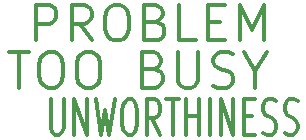
<source format=gbr>
G04 #@! TF.GenerationSoftware,KiCad,Pcbnew,(5.99.0-13010-g08938463f1)*
G04 #@! TF.CreationDate,2022-03-17T12:01:58-05:00*
G04 #@! TF.ProjectId,om,6f6d2e6b-6963-4616-945f-706362585858,v1.0.0*
G04 #@! TF.SameCoordinates,Original*
G04 #@! TF.FileFunction,Paste,Top*
G04 #@! TF.FilePolarity,Positive*
%FSLAX46Y46*%
G04 Gerber Fmt 4.6, Leading zero omitted, Abs format (unit mm)*
G04 Created by KiCad (PCBNEW (5.99.0-13010-g08938463f1)) date 2022-03-17 12:01:58*
%MOMM*%
%LPD*%
G01*
G04 APERTURE LIST*
%ADD10C,0.300000*%
G04 APERTURE END LIST*
D10*
X220357142Y-150357142D02*
X220357142Y-147357142D01*
X221500000Y-147357142D01*
X221785714Y-147500000D01*
X221928571Y-147642857D01*
X222071428Y-147928571D01*
X222071428Y-148357142D01*
X221928571Y-148642857D01*
X221785714Y-148785714D01*
X221500000Y-148928571D01*
X220357142Y-148928571D01*
X225071428Y-150357142D02*
X224071428Y-148928571D01*
X223357142Y-150357142D02*
X223357142Y-147357142D01*
X224500000Y-147357142D01*
X224785714Y-147500000D01*
X224928571Y-147642857D01*
X225071428Y-147928571D01*
X225071428Y-148357142D01*
X224928571Y-148642857D01*
X224785714Y-148785714D01*
X224500000Y-148928571D01*
X223357142Y-148928571D01*
X226928571Y-147357142D02*
X227500000Y-147357142D01*
X227785714Y-147500000D01*
X228071428Y-147785714D01*
X228214285Y-148357142D01*
X228214285Y-149357142D01*
X228071428Y-149928571D01*
X227785714Y-150214285D01*
X227500000Y-150357142D01*
X226928571Y-150357142D01*
X226642857Y-150214285D01*
X226357142Y-149928571D01*
X226214285Y-149357142D01*
X226214285Y-148357142D01*
X226357142Y-147785714D01*
X226642857Y-147500000D01*
X226928571Y-147357142D01*
X230500000Y-148785714D02*
X230928571Y-148928571D01*
X231071428Y-149071428D01*
X231214285Y-149357142D01*
X231214285Y-149785714D01*
X231071428Y-150071428D01*
X230928571Y-150214285D01*
X230642857Y-150357142D01*
X229500000Y-150357142D01*
X229500000Y-147357142D01*
X230500000Y-147357142D01*
X230785714Y-147500000D01*
X230928571Y-147642857D01*
X231071428Y-147928571D01*
X231071428Y-148214285D01*
X230928571Y-148500000D01*
X230785714Y-148642857D01*
X230500000Y-148785714D01*
X229500000Y-148785714D01*
X233928571Y-150357142D02*
X232500000Y-150357142D01*
X232500000Y-147357142D01*
X234928571Y-148785714D02*
X235928571Y-148785714D01*
X236357142Y-150357142D02*
X234928571Y-150357142D01*
X234928571Y-147357142D01*
X236357142Y-147357142D01*
X237642857Y-150357142D02*
X237642857Y-147357142D01*
X238642857Y-149500000D01*
X239642857Y-147357142D01*
X239642857Y-150357142D01*
X218071428Y-151357142D02*
X219785714Y-151357142D01*
X218928571Y-154357142D02*
X218928571Y-151357142D01*
X221357142Y-151357142D02*
X221928571Y-151357142D01*
X222214285Y-151500000D01*
X222500000Y-151785714D01*
X222642857Y-152357142D01*
X222642857Y-153357142D01*
X222500000Y-153928571D01*
X222214285Y-154214285D01*
X221928571Y-154357142D01*
X221357142Y-154357142D01*
X221071428Y-154214285D01*
X220785714Y-153928571D01*
X220642857Y-153357142D01*
X220642857Y-152357142D01*
X220785714Y-151785714D01*
X221071428Y-151500000D01*
X221357142Y-151357142D01*
X224500000Y-151357142D02*
X225071428Y-151357142D01*
X225357142Y-151500000D01*
X225642857Y-151785714D01*
X225785714Y-152357142D01*
X225785714Y-153357142D01*
X225642857Y-153928571D01*
X225357142Y-154214285D01*
X225071428Y-154357142D01*
X224500000Y-154357142D01*
X224214285Y-154214285D01*
X223928571Y-153928571D01*
X223785714Y-153357142D01*
X223785714Y-152357142D01*
X223928571Y-151785714D01*
X224214285Y-151500000D01*
X224500000Y-151357142D01*
X230357142Y-152785714D02*
X230785714Y-152928571D01*
X230928571Y-153071428D01*
X231071428Y-153357142D01*
X231071428Y-153785714D01*
X230928571Y-154071428D01*
X230785714Y-154214285D01*
X230500000Y-154357142D01*
X229357142Y-154357142D01*
X229357142Y-151357142D01*
X230357142Y-151357142D01*
X230642857Y-151500000D01*
X230785714Y-151642857D01*
X230928571Y-151928571D01*
X230928571Y-152214285D01*
X230785714Y-152500000D01*
X230642857Y-152642857D01*
X230357142Y-152785714D01*
X229357142Y-152785714D01*
X232357142Y-151357142D02*
X232357142Y-153785714D01*
X232500000Y-154071428D01*
X232642857Y-154214285D01*
X232928571Y-154357142D01*
X233500000Y-154357142D01*
X233785714Y-154214285D01*
X233928571Y-154071428D01*
X234071428Y-153785714D01*
X234071428Y-151357142D01*
X235357142Y-154214285D02*
X235785714Y-154357142D01*
X236500000Y-154357142D01*
X236785714Y-154214285D01*
X236928571Y-154071428D01*
X237071428Y-153785714D01*
X237071428Y-153500000D01*
X236928571Y-153214285D01*
X236785714Y-153071428D01*
X236500000Y-152928571D01*
X235928571Y-152785714D01*
X235642857Y-152642857D01*
X235500000Y-152500000D01*
X235357142Y-152214285D01*
X235357142Y-151928571D01*
X235500000Y-151642857D01*
X235642857Y-151500000D01*
X235928571Y-151357142D01*
X236642857Y-151357142D01*
X237071428Y-151500000D01*
X238928571Y-152928571D02*
X238928571Y-154357142D01*
X237928571Y-151357142D02*
X238928571Y-152928571D01*
X239928571Y-151357142D01*
X221595238Y-155357142D02*
X221595238Y-157785714D01*
X221685714Y-158071428D01*
X221776190Y-158214285D01*
X221957142Y-158357142D01*
X222319047Y-158357142D01*
X222500000Y-158214285D01*
X222590476Y-158071428D01*
X222680952Y-157785714D01*
X222680952Y-155357142D01*
X223585714Y-158357142D02*
X223585714Y-155357142D01*
X224671428Y-158357142D01*
X224671428Y-155357142D01*
X225395238Y-155357142D02*
X225847619Y-158357142D01*
X226209523Y-156214285D01*
X226571428Y-158357142D01*
X227023809Y-155357142D01*
X228109523Y-155357142D02*
X228471428Y-155357142D01*
X228652380Y-155500000D01*
X228833333Y-155785714D01*
X228923809Y-156357142D01*
X228923809Y-157357142D01*
X228833333Y-157928571D01*
X228652380Y-158214285D01*
X228471428Y-158357142D01*
X228109523Y-158357142D01*
X227928571Y-158214285D01*
X227747619Y-157928571D01*
X227657142Y-157357142D01*
X227657142Y-156357142D01*
X227747619Y-155785714D01*
X227928571Y-155500000D01*
X228109523Y-155357142D01*
X230823809Y-158357142D02*
X230190476Y-156928571D01*
X229738095Y-158357142D02*
X229738095Y-155357142D01*
X230461904Y-155357142D01*
X230642857Y-155500000D01*
X230733333Y-155642857D01*
X230823809Y-155928571D01*
X230823809Y-156357142D01*
X230733333Y-156642857D01*
X230642857Y-156785714D01*
X230461904Y-156928571D01*
X229738095Y-156928571D01*
X231366666Y-155357142D02*
X232452380Y-155357142D01*
X231909523Y-158357142D02*
X231909523Y-155357142D01*
X233085714Y-158357142D02*
X233085714Y-155357142D01*
X233085714Y-156785714D02*
X234171428Y-156785714D01*
X234171428Y-158357142D02*
X234171428Y-155357142D01*
X235076190Y-158357142D02*
X235076190Y-155357142D01*
X235980952Y-158357142D02*
X235980952Y-155357142D01*
X237066666Y-158357142D01*
X237066666Y-155357142D01*
X237971428Y-156785714D02*
X238604761Y-156785714D01*
X238876190Y-158357142D02*
X237971428Y-158357142D01*
X237971428Y-155357142D01*
X238876190Y-155357142D01*
X239600000Y-158214285D02*
X239871428Y-158357142D01*
X240323809Y-158357142D01*
X240504761Y-158214285D01*
X240595238Y-158071428D01*
X240685714Y-157785714D01*
X240685714Y-157500000D01*
X240595238Y-157214285D01*
X240504761Y-157071428D01*
X240323809Y-156928571D01*
X239961904Y-156785714D01*
X239780952Y-156642857D01*
X239690476Y-156500000D01*
X239600000Y-156214285D01*
X239600000Y-155928571D01*
X239690476Y-155642857D01*
X239780952Y-155500000D01*
X239961904Y-155357142D01*
X240414285Y-155357142D01*
X240685714Y-155500000D01*
X241409523Y-158214285D02*
X241680952Y-158357142D01*
X242133333Y-158357142D01*
X242314285Y-158214285D01*
X242404761Y-158071428D01*
X242495238Y-157785714D01*
X242495238Y-157500000D01*
X242404761Y-157214285D01*
X242314285Y-157071428D01*
X242133333Y-156928571D01*
X241771428Y-156785714D01*
X241590476Y-156642857D01*
X241500000Y-156500000D01*
X241409523Y-156214285D01*
X241409523Y-155928571D01*
X241500000Y-155642857D01*
X241590476Y-155500000D01*
X241771428Y-155357142D01*
X242223809Y-155357142D01*
X242495238Y-155500000D01*
M02*

</source>
